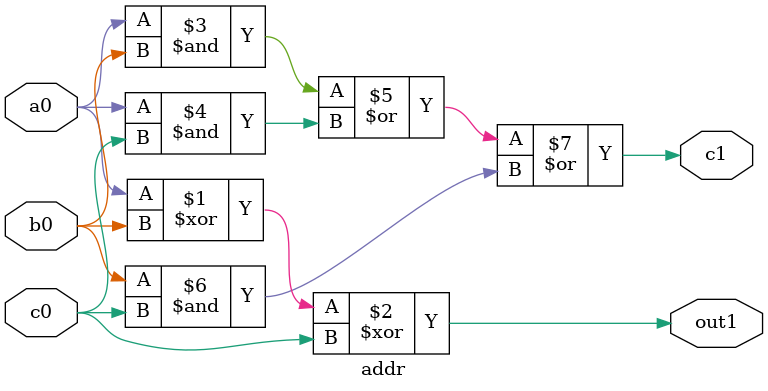
<source format=v>
`timescale 1ns / 1ps


module addr(
    input a0,
    input b0,
    input c0,
    output out1,
    output c1
    );
    
    assign out1 = a0^b0^c0;
    assign c1 = ((a0&b0)|(a0&c0)|(b0&c0));
endmodule

</source>
